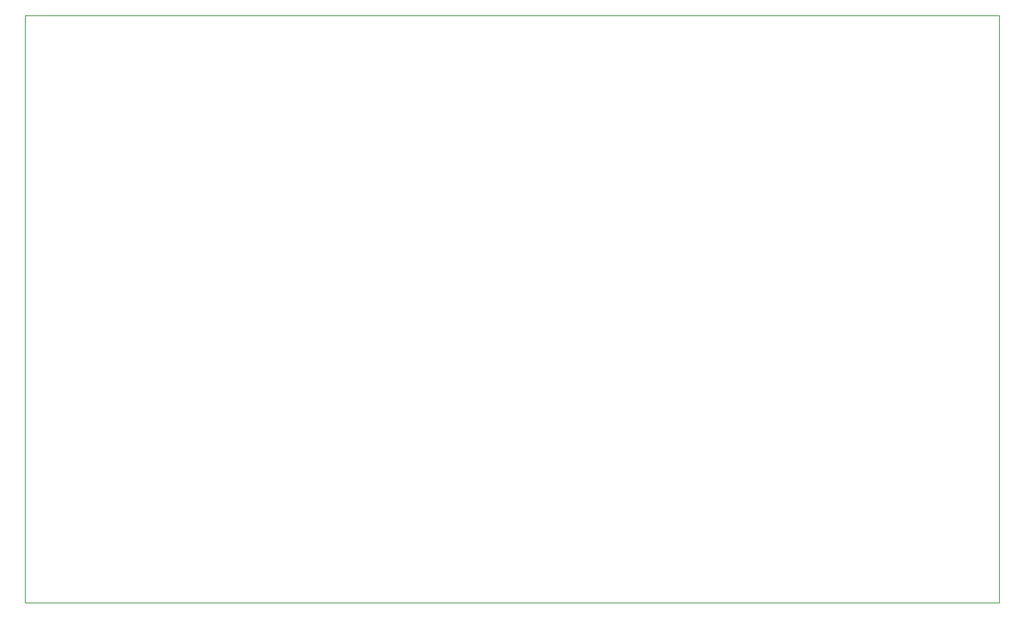
<source format=gbr>
%TF.GenerationSoftware,KiCad,Pcbnew,(6.0.4)*%
%TF.CreationDate,2022-04-28T22:30:41-04:00*%
%TF.ProjectId,cap_motherboad,6361705f-6d6f-4746-9865-72626f61642e,rev?*%
%TF.SameCoordinates,Original*%
%TF.FileFunction,Profile,NP*%
%FSLAX46Y46*%
G04 Gerber Fmt 4.6, Leading zero omitted, Abs format (unit mm)*
G04 Created by KiCad (PCBNEW (6.0.4)) date 2022-04-28 22:30:41*
%MOMM*%
%LPD*%
G01*
G04 APERTURE LIST*
%TA.AperFunction,Profile*%
%ADD10C,0.100000*%
%TD*%
G04 APERTURE END LIST*
D10*
X66500000Y-45620000D02*
X178870000Y-45620000D01*
X178870000Y-45620000D02*
X178870000Y-113490000D01*
X178870000Y-113490000D02*
X66500000Y-113490000D01*
X66500000Y-113490000D02*
X66500000Y-45620000D01*
M02*

</source>
